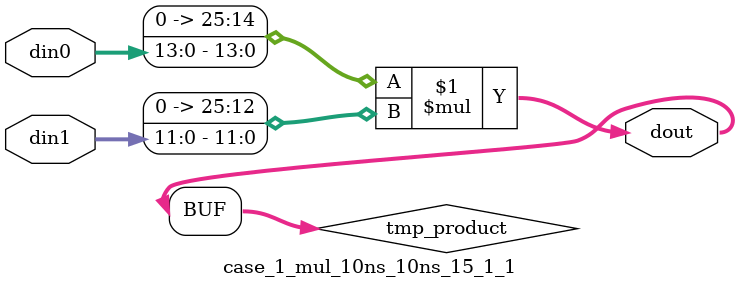
<source format=v>

`timescale 1 ns / 1 ps

 (* use_dsp = "no" *)  module case_1_mul_10ns_10ns_15_1_1(din0, din1, dout);
parameter ID = 1;
parameter NUM_STAGE = 0;
parameter din0_WIDTH = 14;
parameter din1_WIDTH = 12;
parameter dout_WIDTH = 26;

input [din0_WIDTH - 1 : 0] din0; 
input [din1_WIDTH - 1 : 0] din1; 
output [dout_WIDTH - 1 : 0] dout;

wire signed [dout_WIDTH - 1 : 0] tmp_product;
























assign tmp_product = $signed({1'b0, din0}) * $signed({1'b0, din1});











assign dout = tmp_product;





















endmodule

</source>
